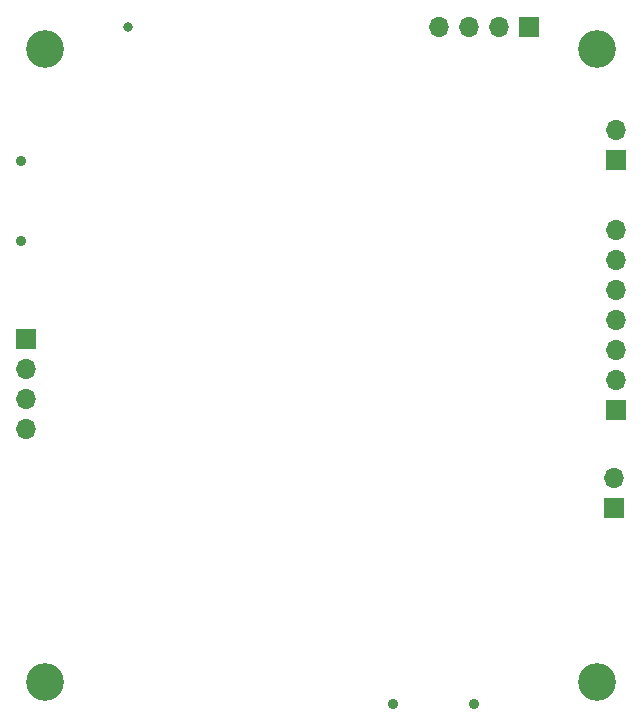
<source format=gbs>
%TF.GenerationSoftware,KiCad,Pcbnew,8.0.0*%
%TF.CreationDate,2025-05-02T12:08:02-03:00*%
%TF.ProjectId,PRJ4 (Alimentador Digital),50524a34-2028-4416-9c69-6d656e746164,rev?*%
%TF.SameCoordinates,Original*%
%TF.FileFunction,Soldermask,Bot*%
%TF.FilePolarity,Negative*%
%FSLAX46Y46*%
G04 Gerber Fmt 4.6, Leading zero omitted, Abs format (unit mm)*
G04 Created by KiCad (PCBNEW 8.0.0) date 2025-05-02 12:08:02*
%MOMM*%
%LPD*%
G01*
G04 APERTURE LIST*
%ADD10C,0.900000*%
%ADD11C,3.200000*%
%ADD12R,1.700000X1.700000*%
%ADD13O,1.700000X1.700000*%
%ADD14C,0.800000*%
G04 APERTURE END LIST*
D10*
%TO.C,SW2*%
X117575000Y-82325000D03*
X117575000Y-89125000D03*
%TD*%
D11*
%TO.C,H1*%
X119600000Y-72800000D03*
%TD*%
D12*
%TO.C,J6*%
X168000000Y-103440000D03*
D13*
X168000000Y-100900000D03*
X168000000Y-98360000D03*
X168000000Y-95820000D03*
X168000000Y-93280000D03*
X168000000Y-90740000D03*
X168000000Y-88200000D03*
%TD*%
D12*
%TO.C,J1*%
X118000000Y-97405000D03*
D13*
X118000000Y-99945000D03*
X118000000Y-102485000D03*
X118000000Y-105025000D03*
%TD*%
D12*
%TO.C,J2*%
X168000000Y-82200000D03*
D13*
X168000000Y-79660000D03*
%TD*%
D11*
%TO.C,H3*%
X119600000Y-126400000D03*
%TD*%
D12*
%TO.C,J4*%
X160600000Y-71000000D03*
D13*
X158060000Y-71000000D03*
X155520000Y-71000000D03*
X152980000Y-71000000D03*
%TD*%
D12*
%TO.C,J5*%
X167800000Y-111740000D03*
D13*
X167800000Y-109200000D03*
%TD*%
D11*
%TO.C,H4*%
X166400000Y-126400000D03*
%TD*%
D10*
%TO.C,SW3*%
X149125000Y-128325000D03*
X155925000Y-128325000D03*
%TD*%
D14*
%TO.C,SW1*%
X126700000Y-71000000D03*
%TD*%
D11*
%TO.C,H2*%
X166400000Y-72800000D03*
%TD*%
M02*

</source>
